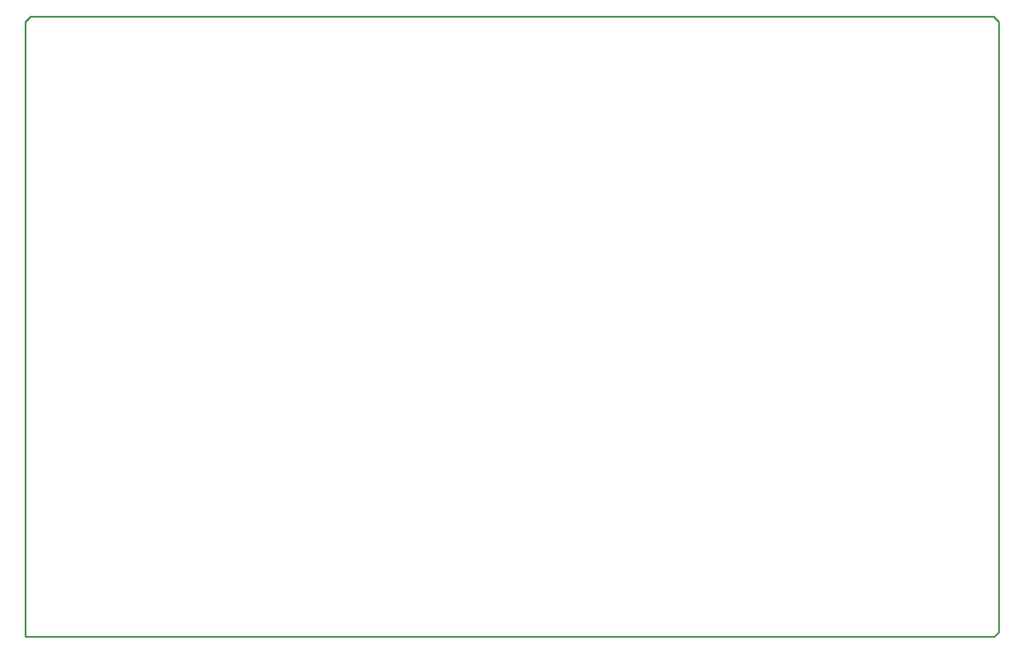
<source format=gko>
G04*
G04 #@! TF.GenerationSoftware,Altium Limited,Altium Designer,21.0.9 (235)*
G04*
G04 Layer_Color=16711935*
%FSLAX44Y44*%
%MOMM*%
G71*
G04*
G04 #@! TF.SameCoordinates,23A475E3-534D-4AA9-8CFC-B78DB4E5A132*
G04*
G04*
G04 #@! TF.FilePolarity,Positive*
G04*
G01*
G75*
%ADD13C,0.2540*%
D13*
X1463040Y78740D02*
Y191770D01*
X68580Y966470D02*
X88900D01*
X60960Y958850D02*
X68580Y966470D01*
X60960Y942377D02*
Y958850D01*
X1455420Y966470D02*
X1463040Y958850D01*
Y935990D02*
Y958850D01*
X1432815Y966470D02*
X1455420D01*
X1463040Y191770D02*
Y935990D01*
X1456690Y72390D02*
X1463040Y78740D01*
X88900Y966470D02*
X1432815D01*
X60960Y72390D02*
Y74930D01*
Y191770D01*
Y72390D02*
X1456690D01*
X60960Y864870D02*
Y942377D01*
Y191770D02*
Y867410D01*
M02*

</source>
